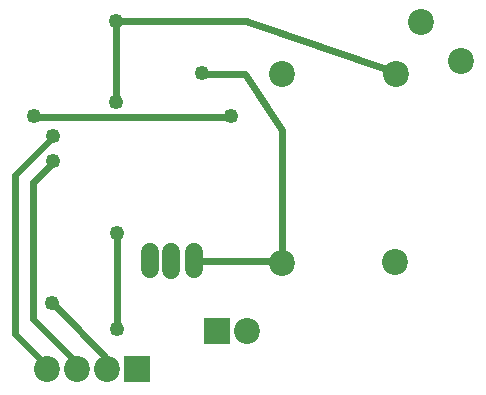
<source format=gbr>
%FSLAX34Y34*%
%MOMM*%
%LNSILK_TOP*%
G71*
G01*
%ADD10C, 1.50*%
%ADD11C, 1.25*%
%ADD12C, 0.60*%
%ADD13C, 2.20*%
%LPD*%
G54D10*
X380512Y-636316D02*
X380512Y-651316D01*
G54D10*
X362053Y-635916D02*
X362053Y-650916D01*
G54D10*
X399356Y-636112D02*
X399356Y-651112D01*
X406106Y-485062D02*
G54D11*
D03*
G54D12*
X569706Y-483750D02*
X443412Y-440738D01*
X335462Y-440738D01*
X333875Y-440738D02*
G54D11*
D03*
G54D12*
X333875Y-439150D02*
X333875Y-509000D01*
X333875Y-509000D02*
G54D11*
D03*
X430712Y-521575D02*
G54D11*
D03*
X264025Y-521575D02*
G54D11*
D03*
G54D12*
X406900Y-485981D02*
X442619Y-485981D01*
X474000Y-533000D01*
X474216Y-643856D01*
X397856Y-643938D01*
G54D12*
X264025Y-521700D02*
X432300Y-521700D01*
X280694Y-538244D02*
G54D11*
D03*
X280694Y-558881D02*
G54D11*
D03*
X279900Y-679531D02*
G54D11*
D03*
G54D12*
X280812Y-680450D02*
X326056Y-727281D01*
X326056Y-733631D01*
X326850Y-734425D01*
G54D12*
X280812Y-559006D02*
X280812Y-559800D01*
X263350Y-577262D01*
X263350Y-693150D01*
X303038Y-732838D01*
G54D12*
X280019Y-538369D02*
X280019Y-539162D01*
X248269Y-570912D01*
X248269Y-705850D01*
X276050Y-733631D01*
X474488Y-485188D02*
G54D13*
D03*
X474488Y-645525D02*
G54D13*
D03*
X569738Y-644731D02*
G54D13*
D03*
X570531Y-485188D02*
G54D13*
D03*
X591962Y-441531D02*
G54D13*
D03*
X626094Y-474869D02*
G54D13*
D03*
X334669Y-620000D02*
G54D11*
D03*
X334272Y-701359D02*
G54D11*
D03*
G54D12*
X334516Y-620044D02*
X334516Y-702197D01*
X334119Y-702594D01*
G36*
X362863Y-746409D02*
X340863Y-746409D01*
X340863Y-724409D01*
X362863Y-724409D01*
X362863Y-746409D01*
G37*
X326463Y-735409D02*
G54D13*
D03*
X301063Y-735409D02*
G54D13*
D03*
X275663Y-735409D02*
G54D13*
D03*
G36*
X430497Y-691866D02*
X430497Y-713866D01*
X408497Y-713866D01*
X408497Y-691866D01*
X430497Y-691866D01*
G37*
X444897Y-702866D02*
G54D13*
D03*
M02*

</source>
